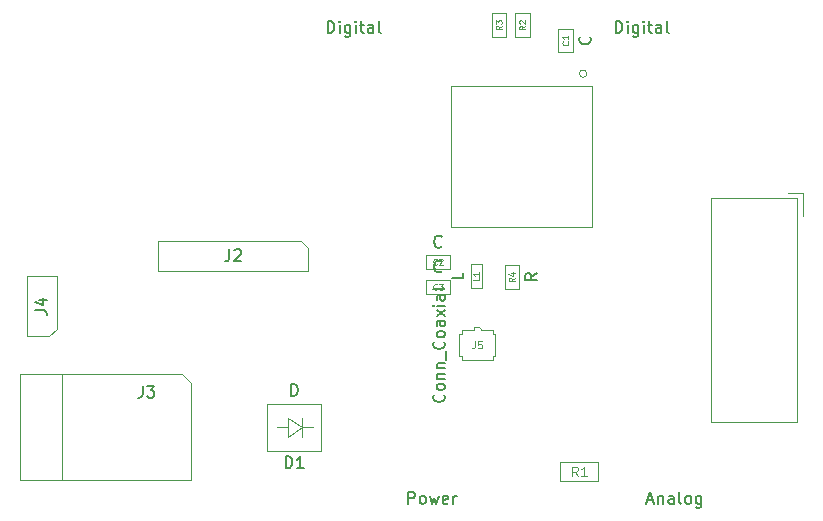
<source format=gbr>
%TF.GenerationSoftware,KiCad,Pcbnew,5.1.9+dfsg1-1~bpo10+1*%
%TF.CreationDate,2021-09-15T11:04:37+02:00*%
%TF.ProjectId,shield_temperature,73686965-6c64-45f7-9465-6d7065726174,1*%
%TF.SameCoordinates,Original*%
%TF.FileFunction,Other,Fab,Top*%
%FSLAX46Y46*%
G04 Gerber Fmt 4.6, Leading zero omitted, Abs format (unit mm)*
G04 Created by KiCad (PCBNEW 5.1.9+dfsg1-1~bpo10+1) date 2021-09-15 11:04:37*
%MOMM*%
%LPD*%
G01*
G04 APERTURE LIST*
%ADD10C,0.100000*%
%ADD11C,0.120000*%
%ADD12C,0.150000*%
%ADD13C,0.090000*%
%ADD14C,0.080000*%
G04 APERTURE END LIST*
D10*
%TO.C,J5*%
X151988800Y-105374000D02*
X151838800Y-105224000D01*
X152988800Y-108074000D02*
X152988800Y-107674000D01*
X153188800Y-107674000D02*
X152988800Y-107674000D01*
X153188800Y-105874000D02*
X153188800Y-107674000D01*
X152988800Y-108074000D02*
X150388800Y-108074000D01*
X150388800Y-108074000D02*
X150388800Y-107674000D01*
X150188800Y-107674000D02*
X150388800Y-107674000D01*
X150188800Y-105874000D02*
X150188800Y-107674000D01*
X152988800Y-105874000D02*
X152988800Y-105474000D01*
X153188800Y-105874000D02*
X152988800Y-105874000D01*
X151988800Y-105474000D02*
X152988800Y-105474000D01*
X151988800Y-105374000D02*
X151988800Y-105474000D01*
X151388800Y-105224000D02*
X151838800Y-105224000D01*
X151388800Y-105224000D02*
X151388800Y-105474000D01*
X151388800Y-105474000D02*
X150388800Y-105474000D01*
X150388800Y-105874000D02*
X150388800Y-105474000D01*
X150188800Y-105874000D02*
X150388800Y-105874000D01*
D11*
%TO.C,U1*%
X161448000Y-84805000D02*
X161448000Y-96805000D01*
X161448000Y-96805000D02*
X149448000Y-96805000D01*
X149448000Y-96805000D02*
X149448000Y-84805000D01*
X149448000Y-84805000D02*
X161448000Y-84805000D01*
X160964228Y-83805000D02*
G75*
G03*
X160964228Y-83805000I-316228J0D01*
G01*
D10*
%TO.C,R4*%
X155260200Y-102013900D02*
X154010200Y-102013900D01*
X154010200Y-102013900D02*
X154010200Y-100013900D01*
X154010200Y-100013900D02*
X155260200Y-100013900D01*
X155260200Y-100013900D02*
X155260200Y-102013900D01*
%TO.C,R3*%
X154168000Y-80681700D02*
X152918000Y-80681700D01*
X152918000Y-80681700D02*
X152918000Y-78681700D01*
X152918000Y-78681700D02*
X154168000Y-78681700D01*
X154168000Y-78681700D02*
X154168000Y-80681700D01*
%TO.C,R2*%
X156149200Y-80677900D02*
X154899200Y-80677900D01*
X154899200Y-80677900D02*
X154899200Y-78677900D01*
X154899200Y-78677900D02*
X156149200Y-78677900D01*
X156149200Y-78677900D02*
X156149200Y-80677900D01*
%TO.C,L1*%
X151162600Y-99946600D02*
X152062600Y-99946600D01*
X152062600Y-99946600D02*
X152062600Y-101946600D01*
X152062600Y-101946600D02*
X151162600Y-101946600D01*
X151162600Y-101946600D02*
X151162600Y-99946600D01*
%TO.C,C3*%
X149371600Y-101229000D02*
X149371600Y-102479000D01*
X149371600Y-102479000D02*
X147371600Y-102479000D01*
X147371600Y-102479000D02*
X147371600Y-101229000D01*
X147371600Y-101229000D02*
X149371600Y-101229000D01*
%TO.C,C2*%
X149361400Y-99120800D02*
X149361400Y-100370800D01*
X149361400Y-100370800D02*
X147361400Y-100370800D01*
X147361400Y-100370800D02*
X147361400Y-99120800D01*
X147361400Y-99120800D02*
X149361400Y-99120800D01*
%TO.C,C1*%
X159806800Y-81985400D02*
X158556800Y-81985400D01*
X158556800Y-81985400D02*
X158556800Y-79985400D01*
X158556800Y-79985400D02*
X159806800Y-79985400D01*
X159806800Y-79985400D02*
X159806800Y-81985400D01*
%TO.C,J4*%
X116078000Y-105410000D02*
X115443000Y-106045000D01*
X116078000Y-100965000D02*
X116078000Y-105410000D01*
X113538000Y-100965000D02*
X116078000Y-100965000D01*
X113538000Y-106045000D02*
X113538000Y-100965000D01*
X115443000Y-106045000D02*
X113538000Y-106045000D01*
%TO.C,J3*%
X126691987Y-109210375D02*
X127495200Y-109965800D01*
X116495200Y-109215800D02*
X116495200Y-118215800D01*
X112995200Y-109215800D02*
X112995200Y-118215800D01*
X112995200Y-118215800D02*
X127495200Y-118215800D01*
X127495200Y-118215800D02*
X127495200Y-109965800D01*
X126695200Y-109215800D02*
X112995200Y-109215800D01*
%TO.C,J1*%
X179248000Y-93865000D02*
X179248000Y-95865000D01*
X177998000Y-93865000D02*
X179248000Y-93865000D01*
X178748000Y-113265000D02*
X178748000Y-94365000D01*
X171498000Y-113265000D02*
X178748000Y-113265000D01*
X171498000Y-94365000D02*
X171498000Y-113265000D01*
X178748000Y-94365000D02*
X171498000Y-94365000D01*
%TO.C,R1*%
X158735500Y-116700400D02*
X161935500Y-116700400D01*
X158735500Y-118300400D02*
X158735500Y-116700400D01*
X161935500Y-118300400D02*
X158735500Y-118300400D01*
X161935500Y-116700400D02*
X161935500Y-118300400D01*
%TO.C,J2*%
X136753600Y-97942400D02*
X137388600Y-98577400D01*
X124688600Y-97942400D02*
X136753600Y-97942400D01*
X124688600Y-100482400D02*
X124688600Y-97942400D01*
X137388600Y-100482400D02*
X124688600Y-100482400D01*
X137388600Y-98577400D02*
X137388600Y-100482400D01*
%TO.C,D1*%
X136853240Y-113740180D02*
X135702620Y-114540280D01*
X136853240Y-113740180D02*
X135702620Y-112990880D01*
X135702620Y-112990880D02*
X135702620Y-114540280D01*
X136853240Y-114540280D02*
X136853240Y-112940080D01*
X135702620Y-113740180D02*
X134704400Y-113740180D01*
X136853240Y-113740180D02*
X137754940Y-113740180D01*
X133903800Y-115741200D02*
X138503800Y-115741200D01*
X133903800Y-115741200D02*
X133903800Y-111741200D01*
X138503800Y-111741200D02*
X138503800Y-115741200D01*
X133903800Y-111741200D02*
X138503800Y-111741200D01*
%TD*%
%TO.C,J5*%
D12*
X148845942Y-110964476D02*
X148893561Y-111012095D01*
X148941180Y-111154952D01*
X148941180Y-111250190D01*
X148893561Y-111393047D01*
X148798323Y-111488285D01*
X148703085Y-111535904D01*
X148512609Y-111583523D01*
X148369752Y-111583523D01*
X148179276Y-111535904D01*
X148084038Y-111488285D01*
X147988800Y-111393047D01*
X147941180Y-111250190D01*
X147941180Y-111154952D01*
X147988800Y-111012095D01*
X148036419Y-110964476D01*
X148941180Y-110393047D02*
X148893561Y-110488285D01*
X148845942Y-110535904D01*
X148750704Y-110583523D01*
X148464990Y-110583523D01*
X148369752Y-110535904D01*
X148322133Y-110488285D01*
X148274514Y-110393047D01*
X148274514Y-110250190D01*
X148322133Y-110154952D01*
X148369752Y-110107333D01*
X148464990Y-110059714D01*
X148750704Y-110059714D01*
X148845942Y-110107333D01*
X148893561Y-110154952D01*
X148941180Y-110250190D01*
X148941180Y-110393047D01*
X148274514Y-109631142D02*
X148941180Y-109631142D01*
X148369752Y-109631142D02*
X148322133Y-109583523D01*
X148274514Y-109488285D01*
X148274514Y-109345428D01*
X148322133Y-109250190D01*
X148417371Y-109202571D01*
X148941180Y-109202571D01*
X148274514Y-108726380D02*
X148941180Y-108726380D01*
X148369752Y-108726380D02*
X148322133Y-108678761D01*
X148274514Y-108583523D01*
X148274514Y-108440666D01*
X148322133Y-108345428D01*
X148417371Y-108297809D01*
X148941180Y-108297809D01*
X149036419Y-108059714D02*
X149036419Y-107297809D01*
X148845942Y-106488285D02*
X148893561Y-106535904D01*
X148941180Y-106678761D01*
X148941180Y-106774000D01*
X148893561Y-106916857D01*
X148798323Y-107012095D01*
X148703085Y-107059714D01*
X148512609Y-107107333D01*
X148369752Y-107107333D01*
X148179276Y-107059714D01*
X148084038Y-107012095D01*
X147988800Y-106916857D01*
X147941180Y-106774000D01*
X147941180Y-106678761D01*
X147988800Y-106535904D01*
X148036419Y-106488285D01*
X148941180Y-105916857D02*
X148893561Y-106012095D01*
X148845942Y-106059714D01*
X148750704Y-106107333D01*
X148464990Y-106107333D01*
X148369752Y-106059714D01*
X148322133Y-106012095D01*
X148274514Y-105916857D01*
X148274514Y-105774000D01*
X148322133Y-105678761D01*
X148369752Y-105631142D01*
X148464990Y-105583523D01*
X148750704Y-105583523D01*
X148845942Y-105631142D01*
X148893561Y-105678761D01*
X148941180Y-105774000D01*
X148941180Y-105916857D01*
X148941180Y-104726380D02*
X148417371Y-104726380D01*
X148322133Y-104774000D01*
X148274514Y-104869238D01*
X148274514Y-105059714D01*
X148322133Y-105154952D01*
X148893561Y-104726380D02*
X148941180Y-104821619D01*
X148941180Y-105059714D01*
X148893561Y-105154952D01*
X148798323Y-105202571D01*
X148703085Y-105202571D01*
X148607847Y-105154952D01*
X148560228Y-105059714D01*
X148560228Y-104821619D01*
X148512609Y-104726380D01*
X148941180Y-104345428D02*
X148274514Y-103821619D01*
X148274514Y-104345428D02*
X148941180Y-103821619D01*
X148941180Y-103440666D02*
X148274514Y-103440666D01*
X147941180Y-103440666D02*
X147988800Y-103488285D01*
X148036419Y-103440666D01*
X147988800Y-103393047D01*
X147941180Y-103440666D01*
X148036419Y-103440666D01*
X148941180Y-102535904D02*
X148417371Y-102535904D01*
X148322133Y-102583523D01*
X148274514Y-102678761D01*
X148274514Y-102869238D01*
X148322133Y-102964476D01*
X148893561Y-102535904D02*
X148941180Y-102631142D01*
X148941180Y-102869238D01*
X148893561Y-102964476D01*
X148798323Y-103012095D01*
X148703085Y-103012095D01*
X148607847Y-102964476D01*
X148560228Y-102869238D01*
X148560228Y-102631142D01*
X148512609Y-102535904D01*
X148941180Y-101916857D02*
X148893561Y-102012095D01*
X148798323Y-102059714D01*
X147941180Y-102059714D01*
D13*
X151488800Y-106445428D02*
X151488800Y-106874000D01*
X151460228Y-106959714D01*
X151403085Y-107016857D01*
X151317371Y-107045428D01*
X151260228Y-107045428D01*
X152060228Y-106445428D02*
X151774514Y-106445428D01*
X151745942Y-106731142D01*
X151774514Y-106702571D01*
X151831657Y-106674000D01*
X151974514Y-106674000D01*
X152031657Y-106702571D01*
X152060228Y-106731142D01*
X152088800Y-106788285D01*
X152088800Y-106931142D01*
X152060228Y-106988285D01*
X152031657Y-107016857D01*
X151974514Y-107045428D01*
X151831657Y-107045428D01*
X151774514Y-107016857D01*
X151745942Y-106988285D01*
%TO.C,R4*%
D12*
X156737580Y-100704376D02*
X156261390Y-101037709D01*
X156737580Y-101275804D02*
X155737580Y-101275804D01*
X155737580Y-100894852D01*
X155785200Y-100799614D01*
X155832819Y-100751995D01*
X155928057Y-100704376D01*
X156070914Y-100704376D01*
X156166152Y-100751995D01*
X156213771Y-100799614D01*
X156261390Y-100894852D01*
X156261390Y-101275804D01*
D14*
X154861390Y-101097233D02*
X154623295Y-101263900D01*
X154861390Y-101382947D02*
X154361390Y-101382947D01*
X154361390Y-101192471D01*
X154385200Y-101144852D01*
X154409009Y-101121042D01*
X154456628Y-101097233D01*
X154528057Y-101097233D01*
X154575676Y-101121042D01*
X154599485Y-101144852D01*
X154623295Y-101192471D01*
X154623295Y-101382947D01*
X154528057Y-100668661D02*
X154861390Y-100668661D01*
X154337580Y-100787709D02*
X154694723Y-100906757D01*
X154694723Y-100597233D01*
%TO.C,R3*%
X153769190Y-79765033D02*
X153531095Y-79931700D01*
X153769190Y-80050747D02*
X153269190Y-80050747D01*
X153269190Y-79860271D01*
X153293000Y-79812652D01*
X153316809Y-79788842D01*
X153364428Y-79765033D01*
X153435857Y-79765033D01*
X153483476Y-79788842D01*
X153507285Y-79812652D01*
X153531095Y-79860271D01*
X153531095Y-80050747D01*
X153269190Y-79598366D02*
X153269190Y-79288842D01*
X153459666Y-79455509D01*
X153459666Y-79384080D01*
X153483476Y-79336461D01*
X153507285Y-79312652D01*
X153554904Y-79288842D01*
X153673952Y-79288842D01*
X153721571Y-79312652D01*
X153745380Y-79336461D01*
X153769190Y-79384080D01*
X153769190Y-79526938D01*
X153745380Y-79574557D01*
X153721571Y-79598366D01*
%TO.C,R2*%
X155750390Y-79761233D02*
X155512295Y-79927900D01*
X155750390Y-80046947D02*
X155250390Y-80046947D01*
X155250390Y-79856471D01*
X155274200Y-79808852D01*
X155298009Y-79785042D01*
X155345628Y-79761233D01*
X155417057Y-79761233D01*
X155464676Y-79785042D01*
X155488485Y-79808852D01*
X155512295Y-79856471D01*
X155512295Y-80046947D01*
X155298009Y-79570757D02*
X155274200Y-79546947D01*
X155250390Y-79499328D01*
X155250390Y-79380280D01*
X155274200Y-79332661D01*
X155298009Y-79308852D01*
X155345628Y-79285042D01*
X155393247Y-79285042D01*
X155464676Y-79308852D01*
X155750390Y-79594566D01*
X155750390Y-79285042D01*
%TO.C,L1*%
D12*
X150514980Y-100637076D02*
X150514980Y-101113266D01*
X149514980Y-101113266D01*
D14*
X151838790Y-101029933D02*
X151838790Y-101268028D01*
X151338790Y-101268028D01*
X151838790Y-100601361D02*
X151838790Y-100887076D01*
X151838790Y-100744219D02*
X151338790Y-100744219D01*
X151410219Y-100791838D01*
X151457838Y-100839457D01*
X151481647Y-100887076D01*
%TO.C,C3*%
D12*
X148681123Y-100531142D02*
X148633504Y-100578761D01*
X148490647Y-100626380D01*
X148395409Y-100626380D01*
X148252552Y-100578761D01*
X148157314Y-100483523D01*
X148109695Y-100388285D01*
X148062076Y-100197809D01*
X148062076Y-100054952D01*
X148109695Y-99864476D01*
X148157314Y-99769238D01*
X148252552Y-99674000D01*
X148395409Y-99626380D01*
X148490647Y-99626380D01*
X148633504Y-99674000D01*
X148681123Y-99721619D01*
D14*
X148288266Y-102032571D02*
X148264457Y-102056380D01*
X148193028Y-102080190D01*
X148145409Y-102080190D01*
X148073980Y-102056380D01*
X148026361Y-102008761D01*
X148002552Y-101961142D01*
X147978742Y-101865904D01*
X147978742Y-101794476D01*
X148002552Y-101699238D01*
X148026361Y-101651619D01*
X148073980Y-101604000D01*
X148145409Y-101580190D01*
X148193028Y-101580190D01*
X148264457Y-101604000D01*
X148288266Y-101627809D01*
X148454933Y-101580190D02*
X148764457Y-101580190D01*
X148597790Y-101770666D01*
X148669219Y-101770666D01*
X148716838Y-101794476D01*
X148740647Y-101818285D01*
X148764457Y-101865904D01*
X148764457Y-101984952D01*
X148740647Y-102032571D01*
X148716838Y-102056380D01*
X148669219Y-102080190D01*
X148526361Y-102080190D01*
X148478742Y-102056380D01*
X148454933Y-102032571D01*
%TO.C,C2*%
D12*
X148670923Y-98422942D02*
X148623304Y-98470561D01*
X148480447Y-98518180D01*
X148385209Y-98518180D01*
X148242352Y-98470561D01*
X148147114Y-98375323D01*
X148099495Y-98280085D01*
X148051876Y-98089609D01*
X148051876Y-97946752D01*
X148099495Y-97756276D01*
X148147114Y-97661038D01*
X148242352Y-97565800D01*
X148385209Y-97518180D01*
X148480447Y-97518180D01*
X148623304Y-97565800D01*
X148670923Y-97613419D01*
D14*
X148278066Y-99924371D02*
X148254257Y-99948180D01*
X148182828Y-99971990D01*
X148135209Y-99971990D01*
X148063780Y-99948180D01*
X148016161Y-99900561D01*
X147992352Y-99852942D01*
X147968542Y-99757704D01*
X147968542Y-99686276D01*
X147992352Y-99591038D01*
X148016161Y-99543419D01*
X148063780Y-99495800D01*
X148135209Y-99471990D01*
X148182828Y-99471990D01*
X148254257Y-99495800D01*
X148278066Y-99519609D01*
X148468542Y-99519609D02*
X148492352Y-99495800D01*
X148539971Y-99471990D01*
X148659019Y-99471990D01*
X148706638Y-99495800D01*
X148730447Y-99519609D01*
X148754257Y-99567228D01*
X148754257Y-99614847D01*
X148730447Y-99686276D01*
X148444733Y-99971990D01*
X148754257Y-99971990D01*
%TO.C,C1*%
D12*
X161218942Y-80675876D02*
X161266561Y-80723495D01*
X161314180Y-80866352D01*
X161314180Y-80961590D01*
X161266561Y-81104447D01*
X161171323Y-81199685D01*
X161076085Y-81247304D01*
X160885609Y-81294923D01*
X160742752Y-81294923D01*
X160552276Y-81247304D01*
X160457038Y-81199685D01*
X160361800Y-81104447D01*
X160314180Y-80961590D01*
X160314180Y-80866352D01*
X160361800Y-80723495D01*
X160409419Y-80675876D01*
D14*
X159360371Y-81068733D02*
X159384180Y-81092542D01*
X159407990Y-81163971D01*
X159407990Y-81211590D01*
X159384180Y-81283019D01*
X159336561Y-81330638D01*
X159288942Y-81354447D01*
X159193704Y-81378257D01*
X159122276Y-81378257D01*
X159027038Y-81354447D01*
X158979419Y-81330638D01*
X158931800Y-81283019D01*
X158907990Y-81211590D01*
X158907990Y-81163971D01*
X158931800Y-81092542D01*
X158955609Y-81068733D01*
X159407990Y-80592542D02*
X159407990Y-80878257D01*
X159407990Y-80735400D02*
X158907990Y-80735400D01*
X158979419Y-80783019D01*
X159027038Y-80830638D01*
X159050847Y-80878257D01*
%TO.C,J4*%
D12*
X114260380Y-103838333D02*
X114974666Y-103838333D01*
X115117523Y-103885952D01*
X115212761Y-103981190D01*
X115260380Y-104124047D01*
X115260380Y-104219285D01*
X114593714Y-102933571D02*
X115260380Y-102933571D01*
X114212761Y-103171666D02*
X114927047Y-103409761D01*
X114927047Y-102790714D01*
%TO.C,J3*%
X123361866Y-110218180D02*
X123361866Y-110932466D01*
X123314247Y-111075323D01*
X123219009Y-111170561D01*
X123076152Y-111218180D01*
X122980914Y-111218180D01*
X123742819Y-110218180D02*
X124361866Y-110218180D01*
X124028533Y-110599133D01*
X124171390Y-110599133D01*
X124266628Y-110646752D01*
X124314247Y-110694371D01*
X124361866Y-110789609D01*
X124361866Y-111027704D01*
X124314247Y-111122942D01*
X124266628Y-111170561D01*
X124171390Y-111218180D01*
X123885676Y-111218180D01*
X123790438Y-111170561D01*
X123742819Y-111122942D01*
%TO.C,P1*%
X145851809Y-120213380D02*
X145851809Y-119213380D01*
X146232761Y-119213380D01*
X146328000Y-119261000D01*
X146375619Y-119308619D01*
X146423238Y-119403857D01*
X146423238Y-119546714D01*
X146375619Y-119641952D01*
X146328000Y-119689571D01*
X146232761Y-119737190D01*
X145851809Y-119737190D01*
X146994666Y-120213380D02*
X146899428Y-120165761D01*
X146851809Y-120118142D01*
X146804190Y-120022904D01*
X146804190Y-119737190D01*
X146851809Y-119641952D01*
X146899428Y-119594333D01*
X146994666Y-119546714D01*
X147137523Y-119546714D01*
X147232761Y-119594333D01*
X147280380Y-119641952D01*
X147328000Y-119737190D01*
X147328000Y-120022904D01*
X147280380Y-120118142D01*
X147232761Y-120165761D01*
X147137523Y-120213380D01*
X146994666Y-120213380D01*
X147661333Y-119546714D02*
X147851809Y-120213380D01*
X148042285Y-119737190D01*
X148232761Y-120213380D01*
X148423238Y-119546714D01*
X149185142Y-120165761D02*
X149089904Y-120213380D01*
X148899428Y-120213380D01*
X148804190Y-120165761D01*
X148756571Y-120070523D01*
X148756571Y-119689571D01*
X148804190Y-119594333D01*
X148899428Y-119546714D01*
X149089904Y-119546714D01*
X149185142Y-119594333D01*
X149232761Y-119689571D01*
X149232761Y-119784809D01*
X148756571Y-119880047D01*
X149661333Y-120213380D02*
X149661333Y-119546714D01*
X149661333Y-119737190D02*
X149708952Y-119641952D01*
X149756571Y-119594333D01*
X149851809Y-119546714D01*
X149947047Y-119546714D01*
%TO.C,P2*%
X166092476Y-119927666D02*
X166568666Y-119927666D01*
X165997238Y-120213380D02*
X166330571Y-119213380D01*
X166663904Y-120213380D01*
X166997238Y-119546714D02*
X166997238Y-120213380D01*
X166997238Y-119641952D02*
X167044857Y-119594333D01*
X167140095Y-119546714D01*
X167282952Y-119546714D01*
X167378190Y-119594333D01*
X167425809Y-119689571D01*
X167425809Y-120213380D01*
X168330571Y-120213380D02*
X168330571Y-119689571D01*
X168282952Y-119594333D01*
X168187714Y-119546714D01*
X167997238Y-119546714D01*
X167902000Y-119594333D01*
X168330571Y-120165761D02*
X168235333Y-120213380D01*
X167997238Y-120213380D01*
X167902000Y-120165761D01*
X167854380Y-120070523D01*
X167854380Y-119975285D01*
X167902000Y-119880047D01*
X167997238Y-119832428D01*
X168235333Y-119832428D01*
X168330571Y-119784809D01*
X168949619Y-120213380D02*
X168854380Y-120165761D01*
X168806761Y-120070523D01*
X168806761Y-119213380D01*
X169473428Y-120213380D02*
X169378190Y-120165761D01*
X169330571Y-120118142D01*
X169282952Y-120022904D01*
X169282952Y-119737190D01*
X169330571Y-119641952D01*
X169378190Y-119594333D01*
X169473428Y-119546714D01*
X169616285Y-119546714D01*
X169711523Y-119594333D01*
X169759142Y-119641952D01*
X169806761Y-119737190D01*
X169806761Y-120022904D01*
X169759142Y-120118142D01*
X169711523Y-120165761D01*
X169616285Y-120213380D01*
X169473428Y-120213380D01*
X170663904Y-119546714D02*
X170663904Y-120356238D01*
X170616285Y-120451476D01*
X170568666Y-120499095D01*
X170473428Y-120546714D01*
X170330571Y-120546714D01*
X170235333Y-120499095D01*
X170663904Y-120165761D02*
X170568666Y-120213380D01*
X170378190Y-120213380D01*
X170282952Y-120165761D01*
X170235333Y-120118142D01*
X170187714Y-120022904D01*
X170187714Y-119737190D01*
X170235333Y-119641952D01*
X170282952Y-119594333D01*
X170378190Y-119546714D01*
X170568666Y-119546714D01*
X170663904Y-119594333D01*
%TO.C,P3*%
X139033523Y-80335380D02*
X139033523Y-79335380D01*
X139271619Y-79335380D01*
X139414476Y-79383000D01*
X139509714Y-79478238D01*
X139557333Y-79573476D01*
X139604952Y-79763952D01*
X139604952Y-79906809D01*
X139557333Y-80097285D01*
X139509714Y-80192523D01*
X139414476Y-80287761D01*
X139271619Y-80335380D01*
X139033523Y-80335380D01*
X140033523Y-80335380D02*
X140033523Y-79668714D01*
X140033523Y-79335380D02*
X139985904Y-79383000D01*
X140033523Y-79430619D01*
X140081142Y-79383000D01*
X140033523Y-79335380D01*
X140033523Y-79430619D01*
X140938285Y-79668714D02*
X140938285Y-80478238D01*
X140890666Y-80573476D01*
X140843047Y-80621095D01*
X140747809Y-80668714D01*
X140604952Y-80668714D01*
X140509714Y-80621095D01*
X140938285Y-80287761D02*
X140843047Y-80335380D01*
X140652571Y-80335380D01*
X140557333Y-80287761D01*
X140509714Y-80240142D01*
X140462095Y-80144904D01*
X140462095Y-79859190D01*
X140509714Y-79763952D01*
X140557333Y-79716333D01*
X140652571Y-79668714D01*
X140843047Y-79668714D01*
X140938285Y-79716333D01*
X141414476Y-80335380D02*
X141414476Y-79668714D01*
X141414476Y-79335380D02*
X141366857Y-79383000D01*
X141414476Y-79430619D01*
X141462095Y-79383000D01*
X141414476Y-79335380D01*
X141414476Y-79430619D01*
X141747809Y-79668714D02*
X142128761Y-79668714D01*
X141890666Y-79335380D02*
X141890666Y-80192523D01*
X141938285Y-80287761D01*
X142033523Y-80335380D01*
X142128761Y-80335380D01*
X142890666Y-80335380D02*
X142890666Y-79811571D01*
X142843047Y-79716333D01*
X142747809Y-79668714D01*
X142557333Y-79668714D01*
X142462095Y-79716333D01*
X142890666Y-80287761D02*
X142795428Y-80335380D01*
X142557333Y-80335380D01*
X142462095Y-80287761D01*
X142414476Y-80192523D01*
X142414476Y-80097285D01*
X142462095Y-80002047D01*
X142557333Y-79954428D01*
X142795428Y-79954428D01*
X142890666Y-79906809D01*
X143509714Y-80335380D02*
X143414476Y-80287761D01*
X143366857Y-80192523D01*
X143366857Y-79335380D01*
%TO.C,P4*%
X163417523Y-80335380D02*
X163417523Y-79335380D01*
X163655619Y-79335380D01*
X163798476Y-79383000D01*
X163893714Y-79478238D01*
X163941333Y-79573476D01*
X163988952Y-79763952D01*
X163988952Y-79906809D01*
X163941333Y-80097285D01*
X163893714Y-80192523D01*
X163798476Y-80287761D01*
X163655619Y-80335380D01*
X163417523Y-80335380D01*
X164417523Y-80335380D02*
X164417523Y-79668714D01*
X164417523Y-79335380D02*
X164369904Y-79383000D01*
X164417523Y-79430619D01*
X164465142Y-79383000D01*
X164417523Y-79335380D01*
X164417523Y-79430619D01*
X165322285Y-79668714D02*
X165322285Y-80478238D01*
X165274666Y-80573476D01*
X165227047Y-80621095D01*
X165131809Y-80668714D01*
X164988952Y-80668714D01*
X164893714Y-80621095D01*
X165322285Y-80287761D02*
X165227047Y-80335380D01*
X165036571Y-80335380D01*
X164941333Y-80287761D01*
X164893714Y-80240142D01*
X164846095Y-80144904D01*
X164846095Y-79859190D01*
X164893714Y-79763952D01*
X164941333Y-79716333D01*
X165036571Y-79668714D01*
X165227047Y-79668714D01*
X165322285Y-79716333D01*
X165798476Y-80335380D02*
X165798476Y-79668714D01*
X165798476Y-79335380D02*
X165750857Y-79383000D01*
X165798476Y-79430619D01*
X165846095Y-79383000D01*
X165798476Y-79335380D01*
X165798476Y-79430619D01*
X166131809Y-79668714D02*
X166512761Y-79668714D01*
X166274666Y-79335380D02*
X166274666Y-80192523D01*
X166322285Y-80287761D01*
X166417523Y-80335380D01*
X166512761Y-80335380D01*
X167274666Y-80335380D02*
X167274666Y-79811571D01*
X167227047Y-79716333D01*
X167131809Y-79668714D01*
X166941333Y-79668714D01*
X166846095Y-79716333D01*
X167274666Y-80287761D02*
X167179428Y-80335380D01*
X166941333Y-80335380D01*
X166846095Y-80287761D01*
X166798476Y-80192523D01*
X166798476Y-80097285D01*
X166846095Y-80002047D01*
X166941333Y-79954428D01*
X167179428Y-79954428D01*
X167274666Y-79906809D01*
X167893714Y-80335380D02*
X167798476Y-80287761D01*
X167750857Y-80192523D01*
X167750857Y-79335380D01*
%TO.C,R1*%
D11*
X160202166Y-117862304D02*
X159935500Y-117481352D01*
X159745023Y-117862304D02*
X159745023Y-117062304D01*
X160049785Y-117062304D01*
X160125976Y-117100400D01*
X160164071Y-117138495D01*
X160202166Y-117214685D01*
X160202166Y-117328971D01*
X160164071Y-117405161D01*
X160125976Y-117443257D01*
X160049785Y-117481352D01*
X159745023Y-117481352D01*
X160964071Y-117862304D02*
X160506928Y-117862304D01*
X160735500Y-117862304D02*
X160735500Y-117062304D01*
X160659309Y-117176590D01*
X160583119Y-117252780D01*
X160506928Y-117290876D01*
%TO.C,J2*%
D12*
X130705266Y-98664780D02*
X130705266Y-99379066D01*
X130657647Y-99521923D01*
X130562409Y-99617161D01*
X130419552Y-99664780D01*
X130324314Y-99664780D01*
X131133838Y-98760019D02*
X131181457Y-98712400D01*
X131276695Y-98664780D01*
X131514790Y-98664780D01*
X131610028Y-98712400D01*
X131657647Y-98760019D01*
X131705266Y-98855257D01*
X131705266Y-98950495D01*
X131657647Y-99093352D01*
X131086219Y-99664780D01*
X131705266Y-99664780D01*
%TO.C,D1*%
X135941895Y-111093580D02*
X135941895Y-110093580D01*
X136179990Y-110093580D01*
X136322847Y-110141200D01*
X136418085Y-110236438D01*
X136465704Y-110331676D01*
X136513323Y-110522152D01*
X136513323Y-110665009D01*
X136465704Y-110855485D01*
X136418085Y-110950723D01*
X136322847Y-111045961D01*
X136179990Y-111093580D01*
X135941895Y-111093580D01*
X135465704Y-117193580D02*
X135465704Y-116193580D01*
X135703800Y-116193580D01*
X135846657Y-116241200D01*
X135941895Y-116336438D01*
X135989514Y-116431676D01*
X136037133Y-116622152D01*
X136037133Y-116765009D01*
X135989514Y-116955485D01*
X135941895Y-117050723D01*
X135846657Y-117145961D01*
X135703800Y-117193580D01*
X135465704Y-117193580D01*
X136989514Y-117193580D02*
X136418085Y-117193580D01*
X136703800Y-117193580D02*
X136703800Y-116193580D01*
X136608561Y-116336438D01*
X136513323Y-116431676D01*
X136418085Y-116479295D01*
%TD*%
M02*

</source>
